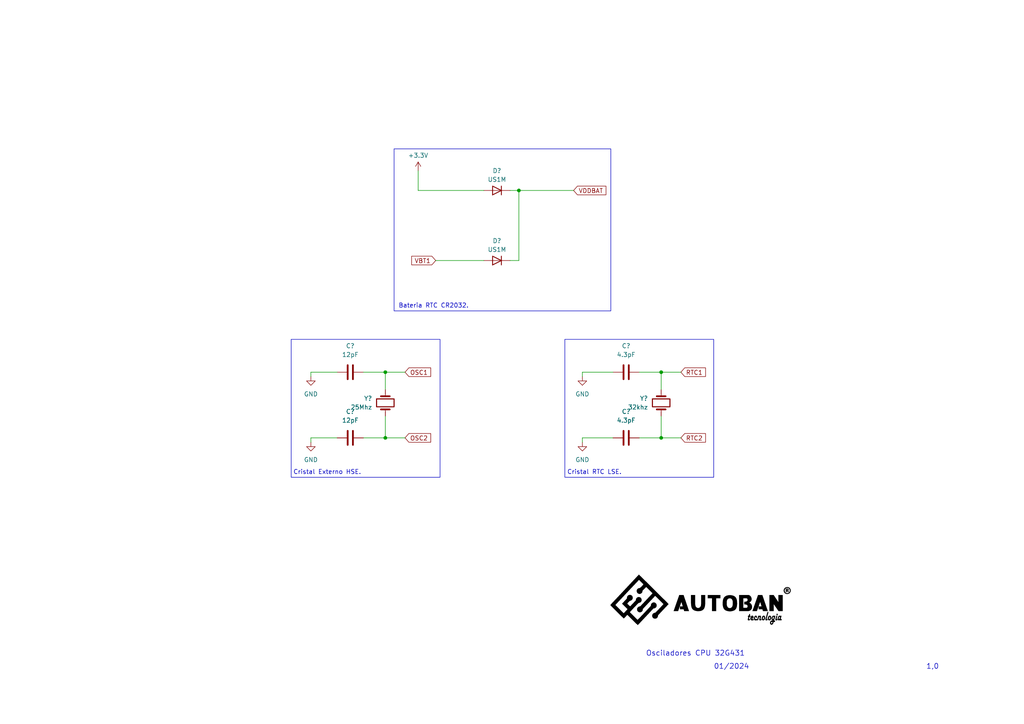
<source format=kicad_sch>
(kicad_sch (version 20230121) (generator eeschema)

  (uuid 72b389e7-98e7-4fdb-995e-af4c6ce73fc8)

  (paper "A4")

  (lib_symbols
    (symbol "Device:Crystal" (pin_numbers hide) (pin_names (offset 1.016) hide) (in_bom yes) (on_board yes)
      (property "Reference" "Y" (at 0 3.81 0)
        (effects (font (size 1.27 1.27)))
      )
      (property "Value" "Crystal" (at 0 -3.81 0)
        (effects (font (size 1.27 1.27)))
      )
      (property "Footprint" "" (at 0 0 0)
        (effects (font (size 1.27 1.27)) hide)
      )
      (property "Datasheet" "~" (at 0 0 0)
        (effects (font (size 1.27 1.27)) hide)
      )
      (property "ki_keywords" "quartz ceramic resonator oscillator" (at 0 0 0)
        (effects (font (size 1.27 1.27)) hide)
      )
      (property "ki_description" "Two pin crystal" (at 0 0 0)
        (effects (font (size 1.27 1.27)) hide)
      )
      (property "ki_fp_filters" "Crystal*" (at 0 0 0)
        (effects (font (size 1.27 1.27)) hide)
      )
      (symbol "Crystal_0_1"
        (rectangle (start -1.143 2.54) (end 1.143 -2.54)
          (stroke (width 0.3048) (type default))
          (fill (type none))
        )
        (polyline
          (pts
            (xy -2.54 0)
            (xy -1.905 0)
          )
          (stroke (width 0) (type default))
          (fill (type none))
        )
        (polyline
          (pts
            (xy -1.905 -1.27)
            (xy -1.905 1.27)
          )
          (stroke (width 0.508) (type default))
          (fill (type none))
        )
        (polyline
          (pts
            (xy 1.905 -1.27)
            (xy 1.905 1.27)
          )
          (stroke (width 0.508) (type default))
          (fill (type none))
        )
        (polyline
          (pts
            (xy 2.54 0)
            (xy 1.905 0)
          )
          (stroke (width 0) (type default))
          (fill (type none))
        )
      )
      (symbol "Crystal_1_1"
        (pin passive line (at -3.81 0 0) (length 1.27)
          (name "1" (effects (font (size 1.27 1.27))))
          (number "1" (effects (font (size 1.27 1.27))))
        )
        (pin passive line (at 3.81 0 180) (length 1.27)
          (name "2" (effects (font (size 1.27 1.27))))
          (number "2" (effects (font (size 1.27 1.27))))
        )
      )
    )
    (symbol "Diode:US1M" (pin_numbers hide) (pin_names hide) (in_bom yes) (on_board yes)
      (property "Reference" "D" (at 0 2.54 0)
        (effects (font (size 1.27 1.27)))
      )
      (property "Value" "US1M" (at 0 -2.54 0)
        (effects (font (size 1.27 1.27)))
      )
      (property "Footprint" "Diode_SMD:D_SMA" (at 0 -4.445 0)
        (effects (font (size 1.27 1.27)) hide)
      )
      (property "Datasheet" "https://www.diodes.com/assets/Datasheets/ds16008.pdf" (at 0 0 0)
        (effects (font (size 1.27 1.27)) hide)
      )
      (property "Sim.Device" "D" (at 0 0 0)
        (effects (font (size 1.27 1.27)) hide)
      )
      (property "Sim.Pins" "1=K 2=A" (at 0 0 0)
        (effects (font (size 1.27 1.27)) hide)
      )
      (property "ki_keywords" "Ultra Fast" (at 0 0 0)
        (effects (font (size 1.27 1.27)) hide)
      )
      (property "ki_description" "1000V, 1A, General Purpose Rectifier Diode, SMA(DO-214AC)" (at 0 0 0)
        (effects (font (size 1.27 1.27)) hide)
      )
      (property "ki_fp_filters" "D*SMA*" (at 0 0 0)
        (effects (font (size 1.27 1.27)) hide)
      )
      (symbol "US1M_0_1"
        (polyline
          (pts
            (xy -1.27 1.27)
            (xy -1.27 -1.27)
          )
          (stroke (width 0.254) (type default))
          (fill (type none))
        )
        (polyline
          (pts
            (xy 1.27 0)
            (xy -1.27 0)
          )
          (stroke (width 0) (type default))
          (fill (type none))
        )
        (polyline
          (pts
            (xy 1.27 1.27)
            (xy 1.27 -1.27)
            (xy -1.27 0)
            (xy 1.27 1.27)
          )
          (stroke (width 0.254) (type default))
          (fill (type none))
        )
      )
      (symbol "US1M_1_1"
        (pin passive line (at -3.81 0 0) (length 2.54)
          (name "K" (effects (font (size 1.27 1.27))))
          (number "1" (effects (font (size 1.27 1.27))))
        )
        (pin passive line (at 3.81 0 180) (length 2.54)
          (name "A" (effects (font (size 1.27 1.27))))
          (number "2" (effects (font (size 1.27 1.27))))
        )
      )
    )
    (symbol "PCM_Capacitor_AKL:C_0805" (pin_numbers hide) (pin_names (offset 0.254)) (in_bom yes) (on_board yes)
      (property "Reference" "C" (at 0.635 2.54 0)
        (effects (font (size 1.27 1.27)) (justify left))
      )
      (property "Value" "C_0805" (at 0.635 -2.54 0)
        (effects (font (size 1.27 1.27)) (justify left))
      )
      (property "Footprint" "Capacitor_SMD_AKL:C_0805_2012Metric" (at 0.9652 -3.81 0)
        (effects (font (size 1.27 1.27)) hide)
      )
      (property "Datasheet" "~" (at 0 0 0)
        (effects (font (size 1.27 1.27)) hide)
      )
      (property "ki_keywords" "cap capacitor ceramic chip mlcc smd 0805" (at 0 0 0)
        (effects (font (size 1.27 1.27)) hide)
      )
      (property "ki_description" "SMD 0805 MLCC capacitor, Alternate KiCad Library" (at 0 0 0)
        (effects (font (size 1.27 1.27)) hide)
      )
      (property "ki_fp_filters" "C_*" (at 0 0 0)
        (effects (font (size 1.27 1.27)) hide)
      )
      (symbol "C_0805_0_1"
        (polyline
          (pts
            (xy -2.032 -0.762)
            (xy 2.032 -0.762)
          )
          (stroke (width 0.508) (type default))
          (fill (type none))
        )
        (polyline
          (pts
            (xy -2.032 0.762)
            (xy 2.032 0.762)
          )
          (stroke (width 0.508) (type default))
          (fill (type none))
        )
      )
      (symbol "C_0805_1_1"
        (pin passive line (at 0 3.81 270) (length 2.794)
          (name "~" (effects (font (size 1.27 1.27))))
          (number "1" (effects (font (size 1.27 1.27))))
        )
        (pin passive line (at 0 -3.81 90) (length 2.794)
          (name "~" (effects (font (size 1.27 1.27))))
          (number "2" (effects (font (size 1.27 1.27))))
        )
      )
    )
    (symbol "power:+3.3V" (power) (pin_names (offset 0)) (in_bom yes) (on_board yes)
      (property "Reference" "#PWR" (at 0 -3.81 0)
        (effects (font (size 1.27 1.27)) hide)
      )
      (property "Value" "+3.3V" (at 0 3.556 0)
        (effects (font (size 1.27 1.27)))
      )
      (property "Footprint" "" (at 0 0 0)
        (effects (font (size 1.27 1.27)) hide)
      )
      (property "Datasheet" "" (at 0 0 0)
        (effects (font (size 1.27 1.27)) hide)
      )
      (property "ki_keywords" "global power" (at 0 0 0)
        (effects (font (size 1.27 1.27)) hide)
      )
      (property "ki_description" "Power symbol creates a global label with name \"+3.3V\"" (at 0 0 0)
        (effects (font (size 1.27 1.27)) hide)
      )
      (symbol "+3.3V_0_1"
        (polyline
          (pts
            (xy -0.762 1.27)
            (xy 0 2.54)
          )
          (stroke (width 0) (type default))
          (fill (type none))
        )
        (polyline
          (pts
            (xy 0 0)
            (xy 0 2.54)
          )
          (stroke (width 0) (type default))
          (fill (type none))
        )
        (polyline
          (pts
            (xy 0 2.54)
            (xy 0.762 1.27)
          )
          (stroke (width 0) (type default))
          (fill (type none))
        )
      )
      (symbol "+3.3V_1_1"
        (pin power_in line (at 0 0 90) (length 0) hide
          (name "+3.3V" (effects (font (size 1.27 1.27))))
          (number "1" (effects (font (size 1.27 1.27))))
        )
      )
    )
    (symbol "power:GND" (power) (pin_names (offset 0)) (in_bom yes) (on_board yes)
      (property "Reference" "#PWR" (at 0 -6.35 0)
        (effects (font (size 1.27 1.27)) hide)
      )
      (property "Value" "GND" (at 0 -3.81 0)
        (effects (font (size 1.27 1.27)))
      )
      (property "Footprint" "" (at 0 0 0)
        (effects (font (size 1.27 1.27)) hide)
      )
      (property "Datasheet" "" (at 0 0 0)
        (effects (font (size 1.27 1.27)) hide)
      )
      (property "ki_keywords" "global power" (at 0 0 0)
        (effects (font (size 1.27 1.27)) hide)
      )
      (property "ki_description" "Power symbol creates a global label with name \"GND\" , ground" (at 0 0 0)
        (effects (font (size 1.27 1.27)) hide)
      )
      (symbol "GND_0_1"
        (polyline
          (pts
            (xy 0 0)
            (xy 0 -1.27)
            (xy 1.27 -1.27)
            (xy 0 -2.54)
            (xy -1.27 -1.27)
            (xy 0 -1.27)
          )
          (stroke (width 0) (type default))
          (fill (type none))
        )
      )
      (symbol "GND_1_1"
        (pin power_in line (at 0 0 270) (length 0) hide
          (name "GND" (effects (font (size 1.27 1.27))))
          (number "1" (effects (font (size 1.27 1.27))))
        )
      )
    )
  )

  (junction (at 111.76 127) (diameter 0) (color 0 0 0 0)
    (uuid 4f55d051-d23b-475d-aeb1-c3c6c92410db)
  )
  (junction (at 150.495 55.245) (diameter 0) (color 0 0 0 0)
    (uuid 66fab94d-43c7-4d91-b550-6b469cb79c4b)
  )
  (junction (at 191.77 107.95) (diameter 0) (color 0 0 0 0)
    (uuid 76e1f57f-4f9b-4d38-878e-bf397d4c6bb8)
  )
  (junction (at 191.77 127) (diameter 0) (color 0 0 0 0)
    (uuid bffc2847-5b29-4085-bea3-8886930fb05a)
  )
  (junction (at 111.76 107.95) (diameter 0) (color 0 0 0 0)
    (uuid c81643bb-df66-4705-8ae7-33c6b2c5ea1b)
  )

  (wire (pts (xy 111.76 127) (xy 105.41 127))
    (stroke (width 0) (type default))
    (uuid 004e6aea-9929-4c15-9fc9-8bd623a4d045)
  )
  (wire (pts (xy 197.485 127) (xy 191.77 127))
    (stroke (width 0) (type default))
    (uuid 053a0ddb-4319-4175-8d13-6886d8d2896f)
  )
  (wire (pts (xy 168.91 107.95) (xy 168.91 109.22))
    (stroke (width 0) (type default))
    (uuid 0aee8ae4-9b3d-4f15-95f0-b814dc2169f2)
  )
  (wire (pts (xy 111.76 107.95) (xy 105.41 107.95))
    (stroke (width 0) (type default))
    (uuid 1bf52c62-adb6-4f60-8fec-7c47be8cb49a)
  )
  (wire (pts (xy 147.955 75.565) (xy 150.495 75.565))
    (stroke (width 0) (type default))
    (uuid 1e5f6210-797d-4222-a677-56a6fccdad93)
  )
  (wire (pts (xy 191.77 113.03) (xy 191.77 107.95))
    (stroke (width 0) (type default))
    (uuid 21d04ed6-d55a-43c3-9db0-6bd8c888d892)
  )
  (wire (pts (xy 191.77 127) (xy 185.42 127))
    (stroke (width 0) (type default))
    (uuid 3b5afc84-6e75-4a5b-8d8e-92184ec21ae5)
  )
  (wire (pts (xy 117.475 107.95) (xy 111.76 107.95))
    (stroke (width 0) (type default))
    (uuid 418f7a48-e6bb-4b63-91b9-75740948be2d)
  )
  (wire (pts (xy 121.285 55.245) (xy 140.335 55.245))
    (stroke (width 0) (type default))
    (uuid 44f7eb17-326e-4b87-97f4-45f50978aa00)
  )
  (wire (pts (xy 191.77 107.95) (xy 185.42 107.95))
    (stroke (width 0) (type default))
    (uuid 4a30b60a-dbab-4e4a-9280-80b3dba6af6c)
  )
  (wire (pts (xy 97.79 127) (xy 90.17 127))
    (stroke (width 0) (type default))
    (uuid 504dc2f3-e5ff-4e83-bacd-774295b59279)
  )
  (wire (pts (xy 197.485 107.95) (xy 191.77 107.95))
    (stroke (width 0) (type default))
    (uuid 53544086-6db1-4661-8632-48795ce297b3)
  )
  (wire (pts (xy 111.76 120.65) (xy 111.76 127))
    (stroke (width 0) (type default))
    (uuid 75923918-98f3-4fc6-9964-f16c24740391)
  )
  (wire (pts (xy 90.17 107.95) (xy 90.17 109.22))
    (stroke (width 0) (type default))
    (uuid 87af8f55-3a2a-4a11-8d99-45909a67864c)
  )
  (wire (pts (xy 191.77 120.65) (xy 191.77 127))
    (stroke (width 0) (type default))
    (uuid 9bdf58cf-febe-4f4f-81fd-c4af3472c0b5)
  )
  (wire (pts (xy 150.495 75.565) (xy 150.495 55.245))
    (stroke (width 0) (type default))
    (uuid bb0ebe45-bdbb-4d38-8731-5ebf93336764)
  )
  (wire (pts (xy 177.8 127) (xy 168.91 127))
    (stroke (width 0) (type default))
    (uuid bcef580f-df8e-4322-b18c-c0779b71d7b9)
  )
  (wire (pts (xy 97.79 107.95) (xy 90.17 107.95))
    (stroke (width 0) (type default))
    (uuid c1b19293-1b8d-4003-b5ce-cea602361b0a)
  )
  (wire (pts (xy 111.76 113.03) (xy 111.76 107.95))
    (stroke (width 0) (type default))
    (uuid c4feb6f9-b33d-427e-825a-aad428f6c945)
  )
  (wire (pts (xy 121.285 49.53) (xy 121.285 55.245))
    (stroke (width 0) (type default))
    (uuid cc661705-0ca7-4c2a-98c9-092e97296ad5)
  )
  (wire (pts (xy 168.91 127) (xy 168.91 128.27))
    (stroke (width 0) (type default))
    (uuid d3e539e6-9eb2-4c98-a6bc-6ede6ea0b4f6)
  )
  (wire (pts (xy 150.495 55.245) (xy 166.37 55.245))
    (stroke (width 0) (type default))
    (uuid d4bd91a9-7c45-4eca-929e-163136d8d011)
  )
  (wire (pts (xy 117.475 127) (xy 111.76 127))
    (stroke (width 0) (type default))
    (uuid d55c1105-5952-48da-bfa7-eaef560b2e73)
  )
  (wire (pts (xy 147.955 55.245) (xy 150.495 55.245))
    (stroke (width 0) (type default))
    (uuid d86696a0-7706-4e67-8d1e-38776bc1f71e)
  )
  (wire (pts (xy 126.365 75.565) (xy 140.335 75.565))
    (stroke (width 0) (type default))
    (uuid ea2e532d-a70f-4684-b79c-d1d9d8d2442a)
  )
  (wire (pts (xy 90.17 127) (xy 90.17 128.27))
    (stroke (width 0) (type default))
    (uuid fd568f47-8cd3-4308-8d04-c3ce10cb8b14)
  )
  (wire (pts (xy 177.8 107.95) (xy 168.91 107.95))
    (stroke (width 0) (type default))
    (uuid fec62a5f-9963-479c-86e4-7d41aeb6edf4)
  )

  (rectangle (start 84.455 98.425) (end 127.635 138.43)
    (stroke (width 0) (type default))
    (fill (type none))
    (uuid 059afa9d-e5ec-4a06-9063-15183dcc0646)
  )
  (rectangle (start 114.3 43.18) (end 177.165 90.17)
    (stroke (width 0) (type default))
    (fill (type none))
    (uuid 929938e4-cfbb-498a-9e10-7ccfdfcdad25)
  )
  (rectangle (start 163.83 98.425) (end 207.01 138.43)
    (stroke (width 0) (type default))
    (fill (type none))
    (uuid a293beee-0c94-4206-8cb0-d06a340a276f)
  )

  (image (at 203.2 173.99) (scale 0.453205)
    (uuid ae042d9c-a901-4f32-a3c6-e7957866cd5c)
    (data
      iVBORw0KGgoAAAANSUhEUgAABWAAAAGGCAMAAADCe9hjAAAAA3NCSVQICAjb4U/gAAAABlBMVEX/
      //8AAABVwtN+AAAACXBIWXMAAA50AAAOdAFrJLPWAAAgAElEQVR4nO2d25bkRq5DXf//07PaM2NX
      6hIBkmBISu39Vp0KAGQq4Ha755y//gIAAAAAAAAAAAAASPDz83N1BACA7+SHhgUAaOHnh4YFAOjg
      54eGBQDo4OeHhgUA6ODnh4YFAOjg54eGBQDo4OeHhgUA6GDbrzQsAICHfb/SsAAADo76lYYFAKhz
      3K80LABAlbN+pWEBAGqc9ysNCwBQYlSwNCwAQJ5hv9KwAABpJv1KwwIAJJn2Kw0LAJBC6FcaFgAg
      gdSvNCwAQBixX2lYAIAgcr/SsAAAIQL9SsMCAAQI9SsNCwAgE+xXGhYAQCTcrzQsAIBEol9pWAAA
      gVS/0rAAAHOSBUvDAgBMyPYrDQsAMCbfrzQsAMCISr/SsAAA59T6lYYFADij2q80LADAMfV+pWEB
      AI5w9CsNCwCwx9OvNCwAwBZXv9KwAACf+PqVhgUA+I2zX2lYAIB/UYuThgUAiKHXJg0LABAhUpo0
      LACATqwyaVgAAJVoYdKwAAAi4bqkYQEAJBJlScMCAAikqpKGBQCYkixKGhYAYEK6JmlYAIAhhZZU
      G5aKBYBXUqpIChYA4JRiQ6oNS8UCwOso1yMNCwBwiKEcaVgAgAMs1UjDAgDsMBUjDQsAsMFWizQs
      AMAHxlKkYQEAfmGtRBoWAOAfzIVIwwIA/A97HdKwAAD/xV+GNCwAwB86qpCGBQDo6VcaFgCgq19p
      WACAvhKkYQHg3XRWIA0LAG+mtwBpWAB4L931R8MCwFvpbz8aFgDeyYruo2EB4I2saT4aFgDex6re
      o2EB4G3crl9pWAD4Em7YrzQsAHwFt+xXGhYAvoCb9isNCwDPZ1XbhQuWhgWAh3PffqVhAeDZ3Llf
      aVgAeDL37lcaFgCey937lYYFgKeyrOPyBUvDAsAjeUK/0rAA8ESe0a80LAA8j6f0Kw0LAE/jOf1K
      wwLAs3hSv9KwAPAkntWvNCwAPIen9SsNCwBPYVmp2fqVhgWAZ/DEfqVhAeAJPLNfaVgAeACL6kzv
      TRoWAEY8qAZu16/8/5oFgFOe1QSLqizWmbGnAeAlPK0KFhVZtDGjzwPAC3haFyyqsXhfxk8AwHfz
      uDJYVGKZtsycAYCv5XllsKjCcl2ZOwUAX8nzymBJgak9uTfKngOAr+Ps0t+3DJrrS+3Hc6P8SQD4
      KkYX/p5l0FpeajeOjSpnAeBr0JtidbIzWqtLbcaZUe00AHwFkaZYm+yMzuJSa1Ewqp4HgOcjXPR7
      lUFnbcmtqhjVFQDg2Xxc87Obf6cu6CwttRJFI4cGADyXj1t+fvXv0wWdlaUWomzkUQGAh/Jxx8/v
      /m2qoLOx1DoM+Lh0AOCBfN7wwd2/SRV09pVahiEfnxIAPI3P+z26+vdogsa2Uqsw6OPUAoBH8Xm9
      R1f/Fk3Q2VVqE0Z9vGoA8Bg2t/vjp5PPriyCzqZSezDu49YDgGewudufPw4/vILWnlJrMOHjVwSA
      B7C52p8/Dj+8gNaWUksw5dOhCQA3Z3uzP388+fCqGujtKLUDcz49qgBwZ7b3+vPn8aeraW4otQKT
      Pl26AHBbttf64+fdnb+0BJr7SS3AtE+fMgDck+2tHl/5Kzugu53U/sv7dGoDwA3ZXurxhb+wAtq7
      Sa2/gk+vOgDcje2dHt/26xqgv5nU9qsYNcsDwL3YXunxXb+sABb0klp+JaN2AwC4EdsbPb7rV93/
      Fa2kdl/Nqd8BAG7D9kKPL/tF139JJ6nVV7RaYAEAN2F7n3/9fHDXr7n9axpJbb6q1woPALgF2/v8
      +8fdXb/m8i8qJLX4ylZrXADgBmyu88eP26t+zdVfVEdq79W9FtkAwOVsbvPHj9urfsnNX1VGau0Z
      zFb5AMDFbG7zx0/bm37FxV9XRWrtLfzdsmEqALiQzWXWf1ocr7+I1NZb+dvluhMAXMmoRD8v+gW3
      fmUNqaVn8VtoBQDXMSrRj88uuPRrS2hp6S01A4CrOGzRzWfbxxYnW1NBaztvrRsAXIN4ldff+OUF
      tNaQhgV4A9JVfkG/fvfvmAHgEpSr/IZ+1TwX29GwAA9nepcvuOzXVM9iRxoW4AVM7vJr+nVuu9qP
      hgV4PqPLfMVFv6x2VjvSsAAv4Ow6X3PNLyyd1Y40LMALuNMlv7Zy1jpqsy5cPgA0cJ8rfnXjrDQU
      Z125fgBo4Db3+/q+WeYX6FcaFuDZ3ONy36JtFtmFCpaGBXg2N7jad+maFW6xfqVhAZ7O1df6Zk2z
      /E8ibjI3AHRx4Y1+U8/E+/VbJgeAK3hTy2T69VtmB4D1vKljcv36LdMDwGre1DDZfv2W+QFgLW/q
      l3y/fssGAGAlb2qXSr9+yw4AYB2ubnlCDdX69dajAcANsTTLQ4qo2q/3HKwttVU2riV+JWmSW+nh
      ZmP1uDhU18zvQ/rO1P+3jDee8w/arI/6+v7QFtoqG9cSv5E0ya2ch3PrXTOZFucy1QXDO5G+r3Hm
      Zwz6l+sdvnqKPW2ZrbJxLfELSZPcSs//caabzKan6ZE1aGSCtSEschb5KaPaXuGr59jSl9mqGteS
      vo0CDRvJS99guFiaq2SbJ/ciDDyL/G2zFtdxAX2RrapxLenLKOBeR0n++vGCaa6SbZ3bjDDvLPHX
      DVtdyHr6EltV41rSd1HAuouqgXu4oH0iTJNuWSORqwtpj5V+vdG02qwiVw/zm8bEVtG4ljZZHuMm
      6h7GueLmqTAX6fZNbUcat9avtxlXnFV77DZT/aExsFU0rqVNlse2B4eLaaaUdy5Ll3BVIzNxC/U1
      Ova1Bn1W7cl7TPU3jXmtonEtbbI8pi14fAzzZK2zWbqEixq5mf0YhjWsaw2BWbVH7zHWHzrzWjXj
      WupoWTxLMDk5bHLO6SzXCPeM7GfFqHcZOJbzMWP9jZiWgs3FX2ZlMko4p6O0Kdc0EhM34FihY10r
      CMYUx7p+rr/pTGvVjGupo2UxbMBn5nMKGheitCmXNOIDN+BYoLqtqycOh3zIXH8jfwkdv5VxipVm
      y1FfgNHNaRXxrUS5RLlhYD+W/Tm2tYBMxkcM9jfyl0DBhuMvtTObyb6VJFHl1xSsZX3ysq6dOBfx
      CZNFguayWiXjWvpsOYrTe/3sbqJvKUlQ2fK22kP58SxPX1b4f9GSHy2b0nZuMYEvoeHfFZ1ixeEy
      1IY3GzbYKba1JEFli7Q9lB3T7hzLGinWhoyFtJ5cSeBLoGBD8Vc7tvjNbWtBQsIx7bxGNJQb1+oc
      yxrLVSettaRxtj7EkMmkVsW4VmS4DKXZ3ZY9fjPXapCQsud1dWdy41qcY1dTtSWznrnYhutDjJhN
      ahWMa8Wmi1MZ3e7ZZTg0LQcJKXu03ZnM2PZmWJUi1j9r+Z2vRCwiJswGtQrGtWLTxSlM7vdscxy6
      VnMEhMPiWY1gJi++tRlWJWl1z2q4ZvmIRcR86ZxWwbhWcLww+cEbTBstGws2+E45tM2RvBi3Vt+U
      KHXlrJ752hDjpXNa9eJa0fGi5AdvcO20fGjBJv/bSCySFefSyouSlVqH9UyZjFhFTJeOadWLa0XH
      i5Keu8O11VP/pvqUE+o5jVAiK9aVlRelCzUO6xozFbGKmC2f0qoX1wrPF8S2V4ftFZ6OGLJyRj2l
      EUpkxbqx6p4COpfOahixCzFaPqVVLq4Vny+Gb68G2ys8HTFkZZe6N5ET78KKawrJXDprfcYuxGT5
      kFY5//7M06qye4/QieS/+dbitswek07JZzQigZyY11VcU1OqDtX6kD2IuQoZrXL+9ZmnVWWP9eVT
      7oLVvN2zh5WT8gmNSCAj5m0VtxSUecSswZBlxFiFjFY1//a8w8qyp+LawZNgpWFyloUJwspp/bhG
      JJAP87JqO4rrXDnrXRtW3V0+olXNvzzvsKrqSFo621CwrtYR82eks/pdo5oxr6q4o7jOhbNGcoZE
      i8i7ywdcucNYMn88WXUoLBw+EagNU4iciJ+RTus3jerFvKnahjJC9ll7/oZ0TLSGvLt8wpViIa2G
      eKroTFc431Cwnl1I2XPSBYOoRiCPC/OiagvKCbnDyXrBqFHdPIHlZfOtFAtpNcRTRctVdyLR7Gqa
      Pa+dN4hq6HFcmNdU209SyRxOHjacNa6cI7C7dLyVYiGthniq6FR1KnAs0mzrmb2gXTAIauhxTJi3
      VFtPVsobTh42ETaj3RinEs86qn9t1niipiA6lThUqfoadqEEz2qXHGIaehwP5iWVlpPXsoaTh02l
      zal3pamks07q35o1nqipiE41vqxg+8rjSN+XxoN5RcY/IPAXrFOrEDer35GlFM46qH9p1nhGzZnG
      oU7VeFHutHjJIaQhp7Fg3pC1X90Fa5Sq5c072KOUwlnn9O/MGk+TtP2D3j5MPbaQuqBes4hoyGkc
      XLwho9r6WQuBKx7WILVs1jH9K7PGc0rOVI6Eqs713ELqinzJIqKhhnFg3o+5Xy8pWHnWUuKaiy9H
      LZt1Sv/GrPGskjMZCjbvYAtjwLyeK/t1HtI8azFz1ccUoxbNOqR/YdZ41pCzZAdS1WHKwYXMFfmq
      h66hhqlj3o67X72/gTXPWg5ddzKEKCazzujflzWeN+Qs2uKC9UQuGtQ8dA0xSx3vbqLbMQt6tORZ
      DakdXtUMxWTWEf3rssbzKs6EKNi0hStLGe9q3P9CbxY0z2rJ7XErRSgGs07o35Y1njfjLJq9YMu5
      54mrDlUTVUPMUsa6Gf/fWbX+htg8qym5yy8doJrLOqB/WdZ45oyzbF9WsC13/tjCFKWMcy+y3EV/
      oGuOZsvuc8z5V3NZ5/PvyhrPnHGWzVuwhtjTwAYPy2+TTVGqONciy1n/HUoXdmfzpXd6Juyrsazj
      +VdljWfOOMt2t4Kd5q3Ec7nkNtuCcyuyXF+/DpXd2Zz5va5B83Iq63T+TVnjCYrObM6CdaxhmreQ
      z+aS22wHxp3oci/q12sbNrq9dCrrcP5FWeMJiq3h8sM4tjBzn7PERtKQktTQ0xrlGvu18I/vcDb3
      DH5nCrYjnqBoDbdVyw4T9Umq3MTGNnAJOatT7mX9emHDhteXzmQdzb8mazxB0RrOUrBTk0V/OKoa
      OUwsQUrIUW+tp2mXBQrU0/f61jNZJ/NvyRpPULSGKxfs1CCQWdOqOzlcLEEqqEHvradplwVK1PO3
      2tYjWQfzL8kazx1xFi5ZsFPZVOSgatrKYuMIUkCNeW89TbssUKQ+QaOpIZF1Lv+OrPHcEWfhVhSs
      L6zJzeHiyFFATHlzPU27LFCmPkOfpyGRdSz/iqzx3BFn4RYUrC+ry85jVM+Rx53BPZJzXe5ZM9Sn
      aHC0/bcP61T+DVnjuSPOwvUXrDGr9E55jOroc8dxR3BP5NyWe9Yc9Tn8hspDFi9n8IZVuAWt4boL
      1prV9Q9tOX2FyORB3AncA1l3ZQmXmSI3U1Y/4Wf76zvWmfz7scZzR5yFay5Ya1Ttr0d9f8G6A9jn
      cW7KES4/SWKonHrCTX6qbOZM3rALt6A1XG/BeqNSsJH0Zj1/QEnYoFEbJj5WSjxhpj3mMHMmb9iF
      W9Aa7lG/gxWdDU4GIqN71xSzt0/jXFFdpz5PeLCMdsIr8FjRzJm8YRduQWu49v/I5UtKwQayX6Zn
      raGykmOg8GgZ6bhT6LmamzN6wzLcgtZw9/lbBKqUwTGQPo86dwy3uX0Yp2BZyjNSeLj6dy97WLJY
      x/GvxhrPHXEWrr9g1cCqjsEwlD6L/h1FMHvbZ3EKlqVcQ/WMV/QJPlhxc0ZvWIZb0BpuKyc+PZeN
      JpZlDH6x9ElCX5OK2do+ilOwLOUbq2fAkkv4yYKdM3t8GRSsgCOo752Kpk8R+ppEzM72SZyCZSnn
      YD0jVkzCTxbsnNnjy6BgFeo5fxKP5s3qhL4mDbexexKnXlnKOlnTkHmPSJyynzN7dBXCiG5Ba7hV
      BWvovMSjebM6oa9Jwu5rHsWpVpdyTtY2Ztoh9WzW0Bk+ugthRLegNdyygp3EjgisMKsT+poUGmyt
      s6zX6lVYMmjWIPVs1tAZProLYUS3oDXcuoKtXofkw0m3OqGvSaDF1jiMM59ByxlnpbamHwtTNXSG
      D65CmdAtaA234q9pCblDx4tezyzYJlfbNM58Bi3bXN2z5uTTT6ccnemDu1AmdAtawy0s2OJ/kQg9
      PF5SKn2U0Nc0pc3UNI4zn0NLHavjwueVZf300ylHZ/joMjoknXqzcCsL9jx58GzFSluK4FBKEKXR
      0zKPM9/CPGqktlmTBtE8RUdj+OAqpAHdgtZwyYKV5bXkwbMVK20pgkMpQZBWS8NAznwWLXUm/+1M
      60YMSs8nLH3po8swp/NnnIUrFqzmMY0ePFmxEpeiWOQDBGl2LE/kzOfRUkdSU/XMmnYoPZ+w9KWP
      LsOczp9xFs5RsJLP6Hj4YNpJX4pgkQ8QpNuwOJJzISYtdSI1VsusaYfyiainL35wGe50/oyzcK6C
      FV+99NHigfhSBIt8gBj9fqWZnPtwaakDqbk6Zs1blE9EPX3xg8twp7NnnGUzFmzhX9ztKatJVY+k
      f4wVhhUPZzqTljqOHiykG5HMeJRPRD198YPLcKezZ5xlcxZs+ptOHEs6qadVj6R/kBWOeQ9nNpeW
      Oo2ezD9r3iKTqmhqyx9dh5LuSsHw5kreU7dHFWyxYYebirHCMuvhjGaTUoeRk5nz1TwsZ2IKtvyx
      ZbjD+UPOsnkLNvmPwumh1CtV+eNi3SRjH2eFZ87DGcwnpc4iRzPnK5nkgtVcbfGD22jS9AnOsi0v
      2NzrYToU3YpgkrFPsMI04+GMtVwqIGjOVzLJJavZ2vIH19GkuWxce8Fmfgs7D3lVwZYadrapGCtc
      46M5QznnkyeRFRf1a/K9LgezjdWxHls4v+JM6CEFm5pskFU+qbiE3XOssI3O5oxknU4exC4pqhVs
      suFqtqb8wW1o4S5UnO7tBgU7z3hdwVYadrapKCt8Y8M5A1lnk8fQNa1iJZtsupqvKX90H02irnHv
      WLCuvxCQPKadDdlE3bOsMI5M54xjnUwewp2v/p1nParZXJO1LKhBdNG4B0pV57BjIqN67jRs4KBi
      EzPPs8JZH88YxjuYPIKuac1XM8oHrBl74kf3IaleJzmdl4KdHlR8QuYFVlin501GcWplBjBKavmK
      Rk0vpGc4j0pUtUHS9s9d+zBhS+GAMEcsbOig27zCCu/svIkgTq1sfJ+klq/qdFXBWhbVs5UGye8p
      WCWj8Ewsbeic2bvGCvPswNEYTq10eJ+klq9q1fWHVpb5HBoJ2QZJ24thHyZqqWQUnomljZ3zehdZ
      4Z4cOBbCqVWIbpPU8pWt2v6rgGFCg0RKt0PT9WbYh4laKs8rg4TS2jMGvKussM8NHIng1GqWdear
      W11YsLMZywJZ4Q5N0389sA8T9ZSeFx6KxQ0ec1rXWeGfm1gP4NQqxXZpavnqXqkhpZTlKavn88od
      mnNZQYGCFY8ZrQ2sCJCaWLZ3apVCuzS1fAav1JRSzKpA1b8g3SI601Xm9Rds2FN6XFENxQ0f81k7
      WJEgM7Fq7tRq1rXmq5ulphRz1hTq/vlkLaITYWneI4HaMFFT7XFFNZQ3fMrm7GFFhMzImrVTq1nX
      ms9glhpTTFpSKLtXkrWIjpWl0/6CDZtqj0uykbzxUy5nEysyJEaWjJ1azbrWfA631Jxi1IKGwb2S
      rEd1JC0O7C7YuKn2tKYbyJs4ZXJ2sSREfGbB1qnVrGvN57DLDapmzYpYzCvBelTPtdWBU4ergT8U
      xKdV5Zmd7lvZ6sjYx4oU4ZEFU6dWs641n8UuN6maNiVj8i5tpkf1VL02sX46Scysnik1pGMx4W88
      xooY4Znnlk6tXllrPo9falQ9bkm56F3J1SR7aFCeOCSQIWZWz5Qa0rGZ3LeusyJHdOapoVMrL+uT
      FPN5DFOzBvKWlGvWpVxNsj0Tr3RVn7YZysaO1SS/dp0VQYIzT+2sYklVo6QWz2WYGTaUuCZdcS7F
      6tJtmbjbNFawjkyZIR2ryX7tOiuSBIeeuTm1OvfgVzQ4xqZNJK5JF4xrq+nSbZm42TTzJwR3KdiO
      3yjVWBElNvSN+7Vh6Ihk3TKWLRW5pl0wLqVqE+6YuNcz9ScE1UyJIR1fSPprD7AiS2ho6wV25usY
      OaRZt4yFS4Uuamdti7tpE+6YuNXzJ1iwnkyJIR3LSX/tEZaE8Q3dsMCG+a35fJ6xdLnURfGka3E3
      fcoNEzdabmz1p42moqBjO+lvPcSKNL6Z/ftrmN6az2cajJeMXVRPutYy9Sk3TNxoubHVnzaaioKO
      byT7pQdZEcfmEVjfdf+xv0PT4BmLlw5elc94FiM1SvsnbnPc2epPO101Qcd6Ul94ggV5bA7u9XVM
      3qFpMA3mSyevyicsq8vp1LZP3GS4tw08bvWVBB37yXzdKdoD+fT17UlpOwZvkLS42sI7NGJ0L6dV
      3D1xi9+Rby1mLG/4kGNBSnoPzYmM6vLynHINw4YkPa6+9BaRAO3b6VU3j9xhd2hbShnMGz7kWJAU
      30NvJKO2vDzj74evmtVra4zvUZEprkbI0yzvHdnvdmxbjBkMHD3j2JAW30NnJqeymlMSbBi5QdLk
      axzAJCNSWYuYplvfOrHZ7NS3mjMWOHrGsSIxvwcxUyKUVVeNqSg2DNwg6fJ1TuDSMXmVw7QbOCe2
      eg2My0FDgaNnHDsS85vQMsVTeVXVlIJkw7gNki5j6wg2IVvsWpZ+B+PIRquRsSFpKHHwiGNHan4T
      WqiL/86SGnKu2TBsg6TN2DqDUcqTuphkhYdtZJfRxNeQNJQ4eMRv2Y8UKpjLLalmfFW/OgvW+mpq
      G6lnruZYYuIa2eIzN7ZkDSQOHnF4ygO4kBYRCmYXdP0dDHuuS/+1xGnrnUJbSveqFjlVhtVzlF0k
      Z1daPXLshMNSH8CFtIhAMrNcJKLjPzNGct27Xy8r2HwfhLdQyLDMyJGi5CE72+LKkWMnHJ6BCVxI
      m5CjWcWcCS/LFZJ0ersncefr3dNCu/is0Qxph5CzMfA1BeudwIa0CjGbUcqr2pCrZ1abuX0Uf8TO
      La01DM0aD5CQj1t7M8eTGNytE/jQduEZMDdlWbUhV9esLnP7LE05L/ozlOWGFfeQdtbbnDqcxWHv
      HcGGtAshnUkmKVwO5o/U9oW6jVtnWb+esWmfc9caJd2itzt5OI/F3jqCD2kZ03gWkbT02mCNs34v
      /13Jty+F9wF2iH1h+Nfw5DtWkW0I1jorfAO8CfALsTEGL0pz5+RlG4I1zwoAX4bYGeel0d05aVl/
      ME2RfgWA/yO2xllt9HdOUtYfTFOkXwHgX8TeyP4l5XrppFT9uVaMCvACXnZPxObI/a/sLKUTF/Xn
      WjQqwLfzupsidkfq/0yEaZVBTX+udaMCfDUvvCpie2x3kjxWD+mZJ2nePynAF/PGu5KqSvXQ8l36
      Q91zToAH8srLkqhK9cjyZfoj3XFKgEfy0tsSrkr1wPJt+gPdb0aAp/LW6xKsSvXx5dv05rnliADP
      5bX3JVQkgeJZu09nmDvOB/BoXnxhAlUSqp6VC/VFueV4AA/nzfdF7pJo+SxbqS3IHYcDeD6vvjDh
      WrlZCdly3G80gK/g3TcmXCy3qiFXitsNBvAlvP3KxLvlPkXkynCzsQC+h9dfmXi73KWKXAluNRTA
      V2G8Mw+9efF+uUkZmfzvNBLAd2G8NI+9e/GGuUUdmdzvMxCAlTu8rL5L8+DbF++YGxSSy/sm4wCY
      ucXrars1j75/4ZK5vpJczrcYBsDPLd5X27V59gUM18zVpeTyvcEoAB3c4oX13ZuH38Bw0VxbSzbX
      qwcBaOIWb6zv3jz9Ckab5tJisnleOwZAG/d4ZX0pHn8Ho11zYTX5HC8cAqCTe7yzvhTPv4TBsomy
      OmjHzL4ZAHq5xTtrDPEFlzDYNv+Mu7idjG7xWQGewS1eWmeIO8xTJNg3/4y7tJ+cXolZAZ7APd5a
      a4jrxykTK5x/x13YUFanzKwAD+AWb6357lw9joFQ48T/HyKuCtgybj08wCpu8dbeIsS9yFbOopIy
      uySHBbg593htbxHiZmQrZ0lNuU0Cw/KSwEMYvbmDV/n4o39/cXb04LPjuzO6Tz+ffpuPJo8fS96O
      ZOMs6Cm7hTpqNTjAMs5f3cHbfPbJP782uAenqoe/PLpRvz/aPDNTetAd1frm5J8miXPtwcqKxdwA
      6zh/dQev8+kn//+184sgqGpPf/4DYPvI/sTP6PFbc/AV7cmeyy+hQV6ULMUGWMnpuzt4n08/mV+E
      0Yf7X4xIfTwxlToSvC2H2YVRlHPpLXSIi5qF1ABLOX13B+/z+UfTmzD6cP9rManfD8yldnp35jj9
      fJL5ufwaOqTFvOnMAIs5e3cHb/TgXZ9dheGnc6Op1e5PN8ZPP+eWnuSfDjI7l99Dj7CYNxcZYDkn
      7+7gjR6869OrMPxUkZtYbQtWfPwBnAwwnWN8Lr+IS2VT0gAXcPLuDl7pwcs+uwvap9LTY6tosCdw
      MsNsjsGxwipaRPW0KW2ACzh8dQev9Ohln9wF7VPp6ROnby7Y8/JJHivsokEyFPZpXx28mKM3d/BO
      D9722WXQPpWe/vh5/On2gQPrhzBZb/BYVCas6JzRIw5wBbu39vM9/vj046PNuZ/DD2e/jTz5Xefw
      6c3ZidRfJ4cfd0tH64seywiF9IwjusQBrmD31n6+x4c/7Kv3tMd2qpvfSB4dnjw9NI5+/CB+9iSP
      HZEPkRdbrA6wnt1b+/kLv3/6Ofxoc+zg3ODjxNPbe3Z2Vvv4SSSbZnfsGKOWcUSrOsBqdq/t4K3e
      PPrx01bn5MeTnos8PVZSfwP7yGt68J0kjp1hU/JNaFYHWM3utR281ptnD374OWnM6wv2dN5HkWya
      k+90i0mnMJ9iUZIHWMvutR281ZtHP37a6GxlT23CT589+4qCzf4tiOMv9fhbrqoUplNMivIAS9m9
      t+ev9fbR3z9s3//DZ49swk9Pnj0Jcj5BvyIAAAPTSURBVD7vw0gWzfG3evg1FzUKsyk2ZXmAheze
      28F7ffTs7tjhjwe19vErkae3H07Onjz93IuazH/yvR59z20K9ah1cYCV7N7cwYs9ess3n20f3R8d
      KQ+fnkiHgzyOZP6Tyjr8pjvOO6I6xAEWsnt1By/26DXffLZ9dH/096+Enp48Gw7yPJLxT2vr6Ls2
      n/ZkNYkDrGL/7g5e7MF7Pnt0f/T3r4SeHj87kXr1XT1urbNv23fWFNanDbCI/cs7eLEHb/rmo/nR
      j1/Yfjp8evzsROrdl3X/3R5iPWmK61UGWMP+/RVu2fyj3ZPDX9jdIuXpzScUrMKwHQdtlj0H8G72
      V2NwWYQLeCZy9sDp305Qnx49ef70a6tgVpHH68mdAng7B1djcF3Or9Lmg/1jm6OfP+4eDzy9OXsu
      NR7gNZy24yflMwDw18ENGdye+SenssNLmXx698OR85nUrzPvYrSQ493ETwDAHw7uyOgCnX6yuWSR
      o9GnR3+P7GCgE6XPU69iuJGD3USfB4D/cXRLBjfo7JPtLZOPJp4eFuzBrx9LfR57F8ONzFfKJgE0
      Dq/J4AqdfTK7k6dHDx8fP03BlhmuZLOcyLMA8JvDezK4Q+I1k48ePz5++vCzwUBK4Lcx3Mn8i2CP
      AArHF2VwibR7Jh89fnz89OFng4GUwK9juJQ4V48DcE8Ob8rgFmn3TD06CDG6xUFnJfHrGC0lzNXD
      ANyU46syuEbaRdOO5p4+DHH20Sxyz1afwGgrQa4eBeCunFyVwT06/GB70Y5lT+9l7Olh+R598Pkr
      Z6Jv4+CLzHH1IAD3Reup3x8efbK7acLR9NP/frT/320dn/r8lTPRt3HwHae4eg6AOzMpsYPPDj7Z
      HT+7gCe3Mvb0P4bDQ0f/wJiovguxQCdcPQUA9MAdr0G/AsAnXHUf9CsA/Au33Qv9CgD/g+tuh34F
      gL/hvjdAvwLAX0oVXJ3wkdCvAKAUwdURnwn9CgBc+S7oV4C3w53vg34FeDnc+UboV4BXw6VvhX4F
      eDPc+V7oV4D3cnC5uexW6FeA13Jwt7ntXuhXgLdy3q9cdxcULMBL4TewC6BfAd4JBbsC+hXglZz2
      K/fdCf0K8EYo2DXQrwAvZHu/ufBN0K8A72NzwbnxbdCvAK/jrGAvDfWd0K8Ab+PjknPlW6FfAV4G
      d34h7BrgZXDnF8KuAd4FBbsSVg3wKujXpbBqgFdBvy6FVQO8CQp2Lawa4E3Qr2th1QBvgn5dC6sG
      eBP061pYNcCboF/XwqoB3gVXfiUsGwAAAAAAAAAAAAAAAAAAIMN/AA0Bx0oX6i2oAAAAAElFTkSu
      QmCC
    )
  )

  (text "1,0" (at 268.605 194.31 0)
    (effects (font (size 1.5 1.5)) (justify left bottom))
    (uuid 29ad54a9-0ee8-4604-96fc-87b3e3f33f33)
  )
  (text "Cristal RTC LSE." (at 180.34 137.795 0)
    (effects (font (size 1.27 1.27)) (justify right bottom))
    (uuid 3615b206-9349-4ebe-9f26-61f3ffa926a4)
  )
  (text "01/2024" (at 207.01 194.31 0)
    (effects (font (size 1.5 1.5)) (justify left bottom))
    (uuid 8d81b981-9e3f-4000-9768-1b348da6ad67)
  )
  (text "Bateria RTC CR2032.\n" (at 115.57 89.535 0)
    (effects (font (size 1.27 1.27)) (justify left bottom))
    (uuid a9fc41ab-a085-4bd9-b222-47935bf6eb48)
  )
  (text "Cristal Externo HSE." (at 104.775 137.795 0)
    (effects (font (size 1.27 1.27)) (justify right bottom))
    (uuid b650b403-b7d5-444a-86ea-919d76c8ec36)
  )
  (text "Osciladores CPU 32G431" (at 187.325 190.5 0)
    (effects (font (size 1.5 1.5)) (justify left bottom))
    (uuid f20b2ec3-eb7e-4ab3-ac4c-ad0bb9c84def)
  )

  (global_label "VBT1" (shape input) (at 126.365 75.565 180) (fields_autoplaced)
    (effects (font (size 1.27 1.27)) (justify right))
    (uuid 158cf33a-06ad-4e88-89b3-450e13c421e1)
    (property "Intersheetrefs" "${INTERSHEET_REFS}" (at 118.8441 75.565 0)
      (effects (font (size 1.27 1.27)) (justify right) hide)
    )
  )
  (global_label "VDDBAT" (shape input) (at 166.37 55.245 0) (fields_autoplaced)
    (effects (font (size 1.27 1.27)) (justify left))
    (uuid 22764c94-12d5-42f0-8609-72aa10802498)
    (property "Intersheetrefs" "${INTERSHEET_REFS}" (at 176.31 55.245 0)
      (effects (font (size 1.27 1.27)) (justify left) hide)
    )
  )
  (global_label "OSC2" (shape input) (at 117.475 127 0) (fields_autoplaced)
    (effects (font (size 1.27 1.27)) (justify left))
    (uuid 3cbbacd7-d413-42ff-8544-cd6d3ebc0edd)
    (property "Intersheetrefs" "${INTERSHEET_REFS}" (at 125.4797 127 0)
      (effects (font (size 1.27 1.27)) (justify left) hide)
    )
  )
  (global_label "RTC2" (shape input) (at 197.485 127 0) (fields_autoplaced)
    (effects (font (size 1.27 1.27)) (justify left))
    (uuid 75ac1c0c-2e0c-4e55-b809-a563860e29b5)
    (property "Intersheetrefs" "${INTERSHEET_REFS}" (at 205.1873 127 0)
      (effects (font (size 1.27 1.27)) (justify left) hide)
    )
  )
  (global_label "RTC1" (shape input) (at 197.485 107.95 0) (fields_autoplaced)
    (effects (font (size 1.27 1.27)) (justify left))
    (uuid 97744f7f-4b88-4f5e-86eb-a7ced992e638)
    (property "Intersheetrefs" "${INTERSHEET_REFS}" (at 205.1873 107.95 0)
      (effects (font (size 1.27 1.27)) (justify left) hide)
    )
  )
  (global_label "OSC1" (shape input) (at 117.475 107.95 0) (fields_autoplaced)
    (effects (font (size 1.27 1.27)) (justify left))
    (uuid 9d73de41-91e2-4070-a964-8a14c9189318)
    (property "Intersheetrefs" "${INTERSHEET_REFS}" (at 125.4797 107.95 0)
      (effects (font (size 1.27 1.27)) (justify left) hide)
    )
  )

  (symbol (lib_id "PCM_Capacitor_AKL:C_0805") (at 101.6 127 90) (mirror x) (unit 1)
    (in_bom yes) (on_board yes) (dnp no) (fields_autoplaced)
    (uuid 0355c32e-8b4b-4f60-b870-7f5343db5ec9)
    (property "Reference" "C?" (at 101.6 119.38 90)
      (effects (font (size 1.27 1.27)))
    )
    (property "Value" "12pF" (at 101.6 121.92 90)
      (effects (font (size 1.27 1.27)))
    )
    (property "Footprint" "Capacitor_SMD:C_0805_2012Metric_Pad1.18x1.45mm_HandSolder" (at 105.41 127.9652 0)
      (effects (font (size 1.27 1.27)) hide)
    )
    (property "Datasheet" "~" (at 101.6 127 0)
      (effects (font (size 1.27 1.27)) hide)
    )
    (pin "1" (uuid 55f7a5ef-a93a-4a17-9ef9-0ad152170618))
    (pin "2" (uuid f98a066d-1f94-4422-b980-d5caa9dca5ba))
    (instances
      (project "CPU Stm32"
        (path "/0882ad57-6d26-4cfc-9dea-dd977232d729"
          (reference "C?") (unit 1)
        )
        (path "/0882ad57-6d26-4cfc-9dea-dd977232d729/a7484047-0327-4646-bb8d-d79b1e2bada5"
          (reference "C?") (unit 1)
        )
      )
      (project "CPU Stm32G431"
        (path "/4e4d72d5-dbdc-4a76-9ce2-f5a97f8267d2/a7484047-0327-4646-bb8d-d79b1e2bada5"
          (reference "C2") (unit 1)
        )
      )
    )
  )

  (symbol (lib_id "Diode:US1M") (at 144.145 55.245 180) (unit 1)
    (in_bom yes) (on_board yes) (dnp no) (fields_autoplaced)
    (uuid 0efb40a2-e0bf-466b-8a24-f2d1a3a103d6)
    (property "Reference" "D?" (at 144.145 49.53 0)
      (effects (font (size 1.27 1.27)))
    )
    (property "Value" "US1M" (at 144.145 52.07 0)
      (effects (font (size 1.27 1.27)))
    )
    (property "Footprint" "Diode_SMD:D_SMA" (at 144.145 50.8 0)
      (effects (font (size 1.27 1.27)) hide)
    )
    (property "Datasheet" "https://www.diodes.com/assets/Datasheets/ds16008.pdf" (at 144.145 55.245 0)
      (effects (font (size 1.27 1.27)) hide)
    )
    (property "Sim.Device" "D" (at 144.145 55.245 0)
      (effects (font (size 1.27 1.27)) hide)
    )
    (property "Sim.Pins" "1=K 2=A" (at 144.145 55.245 0)
      (effects (font (size 1.27 1.27)) hide)
    )
    (pin "1" (uuid e8612c1e-1b47-4ed0-bcad-89a161550031))
    (pin "2" (uuid 7d9b5f24-ebbc-40e8-8449-7ada543896b0))
    (instances
      (project "CPU Stm32"
        (path "/0882ad57-6d26-4cfc-9dea-dd977232d729/a7484047-0327-4646-bb8d-d79b1e2bada5"
          (reference "D?") (unit 1)
        )
      )
      (project "CPU Stm32G431"
        (path "/4e4d72d5-dbdc-4a76-9ce2-f5a97f8267d2/a7484047-0327-4646-bb8d-d79b1e2bada5"
          (reference "D1") (unit 1)
        )
      )
    )
  )

  (symbol (lib_id "power:GND") (at 168.91 109.22 0) (mirror y) (unit 1)
    (in_bom yes) (on_board yes) (dnp no) (fields_autoplaced)
    (uuid 205a4f30-b429-472c-9f43-9c0e0b70bc7f)
    (property "Reference" "#PWR?" (at 168.91 115.57 0)
      (effects (font (size 1.27 1.27)) hide)
    )
    (property "Value" "GND" (at 168.91 114.3 0)
      (effects (font (size 1.27 1.27)))
    )
    (property "Footprint" "" (at 168.91 109.22 0)
      (effects (font (size 1.27 1.27)) hide)
    )
    (property "Datasheet" "" (at 168.91 109.22 0)
      (effects (font (size 1.27 1.27)) hide)
    )
    (pin "1" (uuid 271803e4-3bcd-48da-8939-a11fb22526c2))
    (instances
      (project "CPU Stm32"
        (path "/0882ad57-6d26-4cfc-9dea-dd977232d729"
          (reference "#PWR?") (unit 1)
        )
        (path "/0882ad57-6d26-4cfc-9dea-dd977232d729/a7484047-0327-4646-bb8d-d79b1e2bada5"
          (reference "#PWR?") (unit 1)
        )
      )
      (project "CPU Stm32G431"
        (path "/4e4d72d5-dbdc-4a76-9ce2-f5a97f8267d2/a7484047-0327-4646-bb8d-d79b1e2bada5"
          (reference "#PWR04") (unit 1)
        )
      )
    )
  )

  (symbol (lib_id "power:GND") (at 90.17 109.22 0) (mirror y) (unit 1)
    (in_bom yes) (on_board yes) (dnp no) (fields_autoplaced)
    (uuid 439495b9-e10e-4d04-b607-e588aa9e9420)
    (property "Reference" "#PWR?" (at 90.17 115.57 0)
      (effects (font (size 1.27 1.27)) hide)
    )
    (property "Value" "GND" (at 90.17 114.3 0)
      (effects (font (size 1.27 1.27)))
    )
    (property "Footprint" "" (at 90.17 109.22 0)
      (effects (font (size 1.27 1.27)) hide)
    )
    (property "Datasheet" "" (at 90.17 109.22 0)
      (effects (font (size 1.27 1.27)) hide)
    )
    (pin "1" (uuid 913e2862-957d-4636-a44b-0700bf3208fd))
    (instances
      (project "CPU Stm32"
        (path "/0882ad57-6d26-4cfc-9dea-dd977232d729"
          (reference "#PWR?") (unit 1)
        )
        (path "/0882ad57-6d26-4cfc-9dea-dd977232d729/a7484047-0327-4646-bb8d-d79b1e2bada5"
          (reference "#PWR?") (unit 1)
        )
      )
      (project "CPU Stm32G431"
        (path "/4e4d72d5-dbdc-4a76-9ce2-f5a97f8267d2/a7484047-0327-4646-bb8d-d79b1e2bada5"
          (reference "#PWR01") (unit 1)
        )
      )
    )
  )

  (symbol (lib_id "Device:Crystal") (at 111.76 116.84 90) (mirror x) (unit 1)
    (in_bom yes) (on_board yes) (dnp no) (fields_autoplaced)
    (uuid 685a8c64-b887-48b6-8288-e9866e345fd2)
    (property "Reference" "Y?" (at 107.95 115.57 90)
      (effects (font (size 1.27 1.27)) (justify left))
    )
    (property "Value" "25Mhz" (at 107.95 118.11 90)
      (effects (font (size 1.27 1.27)) (justify left))
    )
    (property "Footprint" "Crystal:Crystal_HC49-4H_Vertical" (at 111.76 116.84 0)
      (effects (font (size 1.27 1.27)) hide)
    )
    (property "Datasheet" "~" (at 111.76 116.84 0)
      (effects (font (size 1.27 1.27)) hide)
    )
    (pin "1" (uuid 6301b02d-9295-45f0-afd6-be30e6d64b89))
    (pin "2" (uuid 70972806-3f2e-4200-8ad2-72fdad5a4c8e))
    (instances
      (project "CPU Stm32"
        (path "/0882ad57-6d26-4cfc-9dea-dd977232d729"
          (reference "Y?") (unit 1)
        )
        (path "/0882ad57-6d26-4cfc-9dea-dd977232d729/a7484047-0327-4646-bb8d-d79b1e2bada5"
          (reference "Y?") (unit 1)
        )
      )
      (project "CPU Stm32G431"
        (path "/4e4d72d5-dbdc-4a76-9ce2-f5a97f8267d2/a7484047-0327-4646-bb8d-d79b1e2bada5"
          (reference "Y1") (unit 1)
        )
      )
    )
  )

  (symbol (lib_id "PCM_Capacitor_AKL:C_0805") (at 181.61 107.95 90) (mirror x) (unit 1)
    (in_bom yes) (on_board yes) (dnp no) (fields_autoplaced)
    (uuid 7e5e138e-5e2d-465d-90b9-8c9c6901889b)
    (property "Reference" "C?" (at 181.61 100.33 90)
      (effects (font (size 1.27 1.27)))
    )
    (property "Value" "4.3pF" (at 181.61 102.87 90)
      (effects (font (size 1.27 1.27)))
    )
    (property "Footprint" "Capacitor_SMD:C_0805_2012Metric_Pad1.18x1.45mm_HandSolder" (at 185.42 108.9152 0)
      (effects (font (size 1.27 1.27)) hide)
    )
    (property "Datasheet" "~" (at 181.61 107.95 0)
      (effects (font (size 1.27 1.27)) hide)
    )
    (pin "1" (uuid 16862c5c-a956-42b0-b358-57e2ead16064))
    (pin "2" (uuid 4bf0b718-caee-466f-823f-13b1d5045eb3))
    (instances
      (project "CPU Stm32"
        (path "/0882ad57-6d26-4cfc-9dea-dd977232d729"
          (reference "C?") (unit 1)
        )
        (path "/0882ad57-6d26-4cfc-9dea-dd977232d729/a7484047-0327-4646-bb8d-d79b1e2bada5"
          (reference "C?") (unit 1)
        )
      )
      (project "CPU Stm32G431"
        (path "/4e4d72d5-dbdc-4a76-9ce2-f5a97f8267d2/a7484047-0327-4646-bb8d-d79b1e2bada5"
          (reference "C3") (unit 1)
        )
      )
    )
  )

  (symbol (lib_id "power:+3.3V") (at 121.285 49.53 0) (unit 1)
    (in_bom yes) (on_board yes) (dnp no) (fields_autoplaced)
    (uuid 8aaf1681-f438-4380-866a-fc742ff0c028)
    (property "Reference" "#PWR?" (at 121.285 53.34 0)
      (effects (font (size 1.27 1.27)) hide)
    )
    (property "Value" "+3.3V" (at 121.285 45.085 0)
      (effects (font (size 1.27 1.27)))
    )
    (property "Footprint" "" (at 121.285 49.53 0)
      (effects (font (size 1.27 1.27)) hide)
    )
    (property "Datasheet" "" (at 121.285 49.53 0)
      (effects (font (size 1.27 1.27)) hide)
    )
    (pin "1" (uuid 3892560e-d36a-4508-9bbe-a778c5493b15))
    (instances
      (project "CPU Stm32"
        (path "/0882ad57-6d26-4cfc-9dea-dd977232d729"
          (reference "#PWR?") (unit 1)
        )
        (path "/0882ad57-6d26-4cfc-9dea-dd977232d729/a7484047-0327-4646-bb8d-d79b1e2bada5"
          (reference "#PWR?") (unit 1)
        )
      )
      (project "CPU Stm32G431"
        (path "/4e4d72d5-dbdc-4a76-9ce2-f5a97f8267d2/a7484047-0327-4646-bb8d-d79b1e2bada5"
          (reference "#PWR03") (unit 1)
        )
      )
    )
  )

  (symbol (lib_id "PCM_Capacitor_AKL:C_0805") (at 101.6 107.95 90) (mirror x) (unit 1)
    (in_bom yes) (on_board yes) (dnp no) (fields_autoplaced)
    (uuid 8cae7466-6af5-4b5d-9d5c-5b9b6a8ffa05)
    (property "Reference" "C?" (at 101.6 100.33 90)
      (effects (font (size 1.27 1.27)))
    )
    (property "Value" "12pF" (at 101.6 102.87 90)
      (effects (font (size 1.27 1.27)))
    )
    (property "Footprint" "Capacitor_SMD:C_0805_2012Metric_Pad1.18x1.45mm_HandSolder" (at 105.41 108.9152 0)
      (effects (font (size 1.27 1.27)) hide)
    )
    (property "Datasheet" "~" (at 101.6 107.95 0)
      (effects (font (size 1.27 1.27)) hide)
    )
    (pin "1" (uuid a351314f-afec-4283-8b46-8104cf774859))
    (pin "2" (uuid 3ecc8b24-69ef-4e02-8729-edd4c2669ff6))
    (instances
      (project "CPU Stm32"
        (path "/0882ad57-6d26-4cfc-9dea-dd977232d729"
          (reference "C?") (unit 1)
        )
        (path "/0882ad57-6d26-4cfc-9dea-dd977232d729/a7484047-0327-4646-bb8d-d79b1e2bada5"
          (reference "C?") (unit 1)
        )
      )
      (project "CPU Stm32G431"
        (path "/4e4d72d5-dbdc-4a76-9ce2-f5a97f8267d2/a7484047-0327-4646-bb8d-d79b1e2bada5"
          (reference "C1") (unit 1)
        )
      )
    )
  )

  (symbol (lib_id "PCM_Capacitor_AKL:C_0805") (at 181.61 127 90) (mirror x) (unit 1)
    (in_bom yes) (on_board yes) (dnp no) (fields_autoplaced)
    (uuid 8f154497-b694-4892-b64f-c9e7f4ac74fe)
    (property "Reference" "C?" (at 181.61 119.38 90)
      (effects (font (size 1.27 1.27)))
    )
    (property "Value" "4.3pF" (at 181.61 121.92 90)
      (effects (font (size 1.27 1.27)))
    )
    (property "Footprint" "Capacitor_SMD:C_0805_2012Metric_Pad1.18x1.45mm_HandSolder" (at 185.42 127.9652 0)
      (effects (font (size 1.27 1.27)) hide)
    )
    (property "Datasheet" "~" (at 181.61 127 0)
      (effects (font (size 1.27 1.27)) hide)
    )
    (pin "1" (uuid 643ab2dd-aa0b-464b-b454-b88ad4ab477a))
    (pin "2" (uuid 15c8950b-b04d-4caf-a1c0-cdbb6aa90b64))
    (instances
      (project "CPU Stm32"
        (path "/0882ad57-6d26-4cfc-9dea-dd977232d729"
          (reference "C?") (unit 1)
        )
        (path "/0882ad57-6d26-4cfc-9dea-dd977232d729/a7484047-0327-4646-bb8d-d79b1e2bada5"
          (reference "C?") (unit 1)
        )
      )
      (project "CPU Stm32G431"
        (path "/4e4d72d5-dbdc-4a76-9ce2-f5a97f8267d2/a7484047-0327-4646-bb8d-d79b1e2bada5"
          (reference "C4") (unit 1)
        )
      )
    )
  )

  (symbol (lib_id "power:GND") (at 168.91 128.27 0) (mirror y) (unit 1)
    (in_bom yes) (on_board yes) (dnp no) (fields_autoplaced)
    (uuid 91078e4a-52c8-49dc-a0f6-98c46caafdc9)
    (property "Reference" "#PWR?" (at 168.91 134.62 0)
      (effects (font (size 1.27 1.27)) hide)
    )
    (property "Value" "GND" (at 168.91 133.35 0)
      (effects (font (size 1.27 1.27)))
    )
    (property "Footprint" "" (at 168.91 128.27 0)
      (effects (font (size 1.27 1.27)) hide)
    )
    (property "Datasheet" "" (at 168.91 128.27 0)
      (effects (font (size 1.27 1.27)) hide)
    )
    (pin "1" (uuid 3943b396-3491-4976-9a89-d5898b890f63))
    (instances
      (project "CPU Stm32"
        (path "/0882ad57-6d26-4cfc-9dea-dd977232d729"
          (reference "#PWR?") (unit 1)
        )
        (path "/0882ad57-6d26-4cfc-9dea-dd977232d729/a7484047-0327-4646-bb8d-d79b1e2bada5"
          (reference "#PWR?") (unit 1)
        )
      )
      (project "CPU Stm32G431"
        (path "/4e4d72d5-dbdc-4a76-9ce2-f5a97f8267d2/a7484047-0327-4646-bb8d-d79b1e2bada5"
          (reference "#PWR05") (unit 1)
        )
      )
    )
  )

  (symbol (lib_id "power:GND") (at 90.17 128.27 0) (mirror y) (unit 1)
    (in_bom yes) (on_board yes) (dnp no) (fields_autoplaced)
    (uuid 928a651a-eaee-4c75-aa05-b16429a5022c)
    (property "Reference" "#PWR?" (at 90.17 134.62 0)
      (effects (font (size 1.27 1.27)) hide)
    )
    (property "Value" "GND" (at 90.17 133.35 0)
      (effects (font (size 1.27 1.27)))
    )
    (property "Footprint" "" (at 90.17 128.27 0)
      (effects (font (size 1.27 1.27)) hide)
    )
    (property "Datasheet" "" (at 90.17 128.27 0)
      (effects (font (size 1.27 1.27)) hide)
    )
    (pin "1" (uuid cc523495-7ac9-4c38-92f4-72019d43aace))
    (instances
      (project "CPU Stm32"
        (path "/0882ad57-6d26-4cfc-9dea-dd977232d729"
          (reference "#PWR?") (unit 1)
        )
        (path "/0882ad57-6d26-4cfc-9dea-dd977232d729/a7484047-0327-4646-bb8d-d79b1e2bada5"
          (reference "#PWR?") (unit 1)
        )
      )
      (project "CPU Stm32G431"
        (path "/4e4d72d5-dbdc-4a76-9ce2-f5a97f8267d2/a7484047-0327-4646-bb8d-d79b1e2bada5"
          (reference "#PWR02") (unit 1)
        )
      )
    )
  )

  (symbol (lib_id "Diode:US1M") (at 144.145 75.565 180) (unit 1)
    (in_bom yes) (on_board yes) (dnp no) (fields_autoplaced)
    (uuid a260843b-9189-4996-9ba8-9e7a9272e188)
    (property "Reference" "D?" (at 144.145 69.85 0)
      (effects (font (size 1.27 1.27)))
    )
    (property "Value" "US1M" (at 144.145 72.39 0)
      (effects (font (size 1.27 1.27)))
    )
    (property "Footprint" "Diode_SMD:D_SMA" (at 144.145 71.12 0)
      (effects (font (size 1.27 1.27)) hide)
    )
    (property "Datasheet" "https://www.diodes.com/assets/Datasheets/ds16008.pdf" (at 144.145 75.565 0)
      (effects (font (size 1.27 1.27)) hide)
    )
    (property "Sim.Device" "D" (at 144.145 75.565 0)
      (effects (font (size 1.27 1.27)) hide)
    )
    (property "Sim.Pins" "1=K 2=A" (at 144.145 75.565 0)
      (effects (font (size 1.27 1.27)) hide)
    )
    (pin "1" (uuid 4cb0831a-398e-4a16-bba7-ac4d20a4d573))
    (pin "2" (uuid b7daf225-8745-49e2-bcdf-42a143971dd7))
    (instances
      (project "CPU Stm32"
        (path "/0882ad57-6d26-4cfc-9dea-dd977232d729/a7484047-0327-4646-bb8d-d79b1e2bada5"
          (reference "D?") (unit 1)
        )
      )
      (project "CPU Stm32G431"
        (path "/4e4d72d5-dbdc-4a76-9ce2-f5a97f8267d2/a7484047-0327-4646-bb8d-d79b1e2bada5"
          (reference "D2") (unit 1)
        )
      )
    )
  )

  (symbol (lib_id "Device:Crystal") (at 191.77 116.84 90) (mirror x) (unit 1)
    (in_bom yes) (on_board yes) (dnp no) (fields_autoplaced)
    (uuid c3699ec0-6eb4-446c-b92a-a7b0add1551d)
    (property "Reference" "Y?" (at 187.96 115.57 90)
      (effects (font (size 1.27 1.27)) (justify left))
    )
    (property "Value" "32khz" (at 187.96 118.11 90)
      (effects (font (size 1.27 1.27)) (justify left))
    )
    (property "Footprint" "Crystal:Crystal_SMD_SeikoEpson_MC306-4Pin_8.0x3.2mm" (at 191.77 116.84 0)
      (effects (font (size 1.27 1.27)) hide)
    )
    (property "Datasheet" "~" (at 191.77 116.84 0)
      (effects (font (size 1.27 1.27)) hide)
    )
    (pin "1" (uuid c88c8d96-39c0-4ef0-9f3d-057f52033c12))
    (pin "2" (uuid 2771d842-570e-42af-a169-2d42e2f86b5c))
    (instances
      (project "CPU Stm32"
        (path "/0882ad57-6d26-4cfc-9dea-dd977232d729"
          (reference "Y?") (unit 1)
        )
        (path "/0882ad57-6d26-4cfc-9dea-dd977232d729/a7484047-0327-4646-bb8d-d79b1e2bada5"
          (reference "Y?") (unit 1)
        )
      )
      (project "CPU Stm32G431"
        (path "/4e4d72d5-dbdc-4a76-9ce2-f5a97f8267d2/a7484047-0327-4646-bb8d-d79b1e2bada5"
          (reference "Y2") (unit 1)
        )
      )
    )
  )
)

</source>
